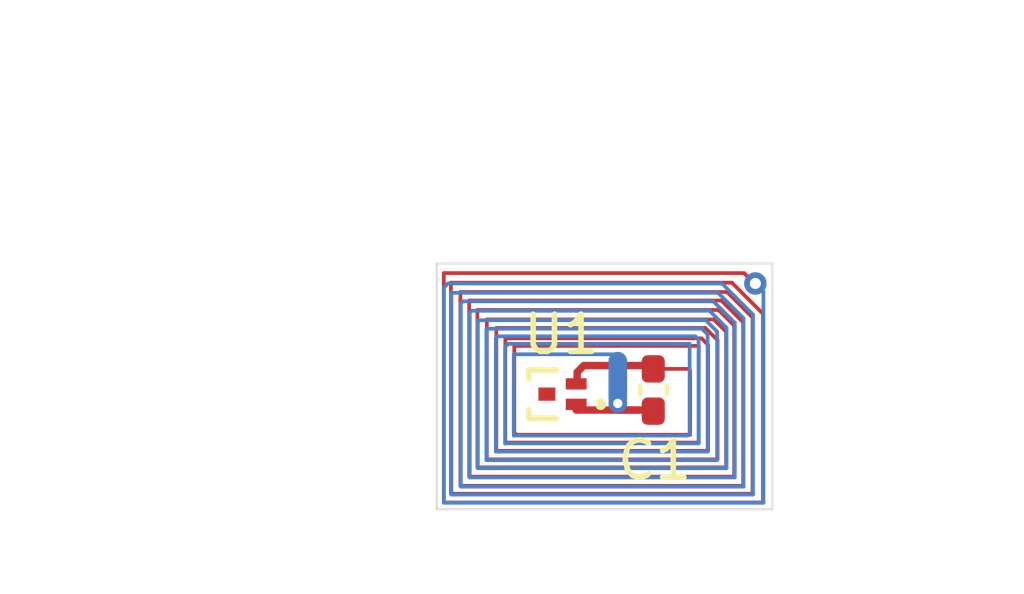
<source format=kicad_pcb>
(kicad_pcb (version 20241229) (generator "pcbnew") (generator_version "9.0")
  (layers (0 "F.Cu" signal) (2 "B.Cu" signal) (13 "F.Paste" user) (15 "B.Paste" user) (5 "F.SilkS" user "F.Silkscreen") (7 "B.SilkS" user "B.Silkscreen") (1 "F.Mask" user) (3 "B.Mask" user) (25 "Edge.Cuts" user))
  (net 0 "")
  (net 2 "ANT_LA")
  (net 3 "ANT_LB")
  (footprint "NFC Tag Chip:XSON3_SL2S2602_NXP" (layer "F.Cu") (at 130.6703 73.664399 180)
    (property "Reference" "U1" (at 0 1.604599 0) (layer "F.SilkS"))
    (property "Value" "SL2S2602FTBX")
    (fp_line (start 0.8763 0.6477) (end 0.8763 0.415888) (stroke (width 0.1524)) (layer "F.SilkS"))
    (fp_line (start 0.8763 -0.415888) (end 0.8763 -0.6477) (stroke (width 0.1524)) (layer "F.SilkS"))
    (fp_line (start 0.8763 -0.6477) (end 0.135067 -0.6477) (stroke (width 0.1524)) (layer "F.SilkS"))
    (fp_line (start 0.135067 0.6477) (end 0.8763 0.6477) (stroke (width 0.1524)) (layer "F.SilkS"))
    (fp_arc (start -1.00584 -0.212688) (mid -1.1259 -0.275) (end -1.00584 -0.337312) (stroke (width 0.1524)) (layer "F.SilkS"))
    (pad "1" smd rect (at -0.3937 -0.275001 180) (size 0.5588 0.3048) (layers "F.Cu" "F.Mask" "F.Paste") (net 3 "ANT_LB"))
    (pad "2" smd rect (at -0.3937 0.275001 180) (size 0.5588 0.3048) (layers "F.Cu" "F.Mask" "F.Paste") (net 2 "ANT_LA"))
    (pad "3" smd rect (at 0.3937 0 180) (size 0.4572 0.3556) (layers "F.Cu" "F.Mask" "F.Paste"))
  )
  (footprint "Capacitor_SMD:C_0402_1005Metric_Pad0.74x0.62mm_HandSolder" (layer "F.Cu") (at 133.1341 73.5537 -90)
    (property "Reference" "C1" (at 1.8843 -0.0381 0) (layer "F.SilkS"))
    (property "Value" "43pF")
    (fp_line (start -0.115835 0.36) (end 0.115835 0.36) (stroke (width 0.12)) (layer "F.SilkS"))
    (fp_line (start -0.115835 -0.36) (end 0.115835 -0.36) (stroke (width 0.12)) (layer "F.SilkS"))
    (pad "1" smd roundrect (at -0.5675 0 270) (size 0.735 0.62) (layers "F.Cu" "F.Mask" "F.Paste") (net 2 "ANT_LA"))
    (pad "2" smd roundrect (at 0.5675 0 270) (size 0.735 0.62) (layers "F.Cu" "F.Mask" "F.Paste") (net 3 "ANT_LB"))
  )
  (footprint "NetTie:NetTie-2_SMD_Pad0.5mm" (layer "B.Cu") (at 132.1816 73.279 -90)
    (property "Reference" "NT1" (hide yes))
    (property "Value" "Ant Conn 1" (hide yes))
    (fp_poly (pts (xy -0.5 0.25) (xy 0.5 0.25) (xy 0.5 -0.25) (xy -0.5 -0.25)) (fill yes) (layer "B.Cu"))
    (pad "1" smd circle (at -0.5 0 270) (size 0.5 0.5) (layers "B.Cu") (net 2 "ANT_LA"))
    (pad "2" smd circle (at 0.5 0 270) (size 0.5 0.5) (layers "B.Cu") (net 3 "ANT_LB"))
  )
  (gr_rect (start 127.3175 70.1548) (end 136.3345 76.7588) (stroke (width 0.05)) (fill no) (layer "Edge.Cuts"))
  (segment (start 129.1717 72.1654) (end 129.160275 72.176825) (width 0.1) (layer "F.Cu") (net 2))
  (segment (start 135.8773 70.6922) (end 135.8519 70.6922) (width 0.1) (layer "F.Cu") (net 2))
  (segment (start 134.0739 72.9862) (end 133.1341 72.9862) (width 0.1) (layer "F.Cu") (net 2))
  (segment (start 135.3072 71.8239) (end 134.8867 71.4034) (width 0.1) (layer "F.Cu") (net 2))
  (segment (start 135.2463 70.6708) (end 127.6985 70.6708) (width 0.1) (layer "F.Cu") (net 2))
  (segment (start 135.8011 71.6066) (end 135.1153 70.9208) (width 0.1) (layer "F.Cu") (net 2))
  (segment (start 134.358318 74.965705) (end 134.358318 72.3686) (width 0.1) (layer "F.Cu") (net 2))
  (segment (start 128.188141 71.1494) (end 128.188141 75.881113) (width 0.1) (layer "F.Cu") (net 2))
  (segment (start 134.4295 72.1654) (end 129.1717 72.1654) (width 0.1) (layer "F.Cu") (net 2))
  (segment (start 134.9629 71.1494) (end 128.188141 71.1494) (width 0.1) (layer "F.Cu") (net 2))
  (segment (start 134.358318 72.3686) (end 129.4003 72.3686) (width 0.1) (layer "F.Cu") (net 2))
  (segment (start 129.160275 72.176825) (end 129.160275 74.965705) (width 0.1) (layer "F.Cu") (net 2))
  (segment (start 127.508 70.4128) (end 127.508 76.574731) (width 0.1) (layer "F.Cu") (net 2))
  (segment (start 134.1247 73.037) (end 134.0739 72.9862) (width 0.1) (layer "F.Cu") (net 2))
  (segment (start 129.459271 74.7562) (end 134.1247 74.7562) (width 0.1) (layer "F.Cu") (net 2))
  (segment (start 127.6985 76.34071) (end 135.8011 76.34071) (width 0.1) (layer "F.Cu") (net 2))
  (segment (start 129.4003 72.3686) (end 129.4003 74.697229) (width 0.1) (layer "F.Cu") (net 2))
  (segment (start 134.6073 72.3432) (end 134.4295 72.1654) (width 0.1) (layer "F.Cu") (net 2))
  (segment (start 134.8867 71.4034) (end 128.4097 71.4034) (width 0.1) (layer "F.Cu") (net 2))
  (segment (start 131.0894 73.0758) (end 131.2672 72.898) (width 0.2) (layer "F.Cu") (net 2))
  (segment (start 135.5471 76.1278) (end 135.5471 71.7336) (width 0.1) (layer "F.Cu") (net 2))
  (segment (start 127.508 76.574731) (end 136.0805 76.574731) (width 0.1) (layer "F.Cu") (net 2))
  (segment (start 128.6637 75.4166) (end 134.8613 75.4166) (width 0.1) (layer "F.Cu") (net 2))
  (segment (start 134.8613 75.4166) (end 134.8613 72.2162) (width 0.1) (layer "F.Cu") (net 2))
  (segment (start 135.0899 71.9876) (end 134.7597 71.6574) (width 0.1) (layer "F.Cu") (net 2))
  (segment (start 128.9177 75.188) (end 134.6073 75.188) (width 0.1) (layer "F.Cu") (net 2))
  (segment (start 134.1247 74.7562) (end 134.1247 73.037) (width 0.1) (layer "F.Cu") (net 2))
  (segment (start 135.5471 71.7336) (end 134.9629 71.1494) (width 0.1) (layer "F.Cu") (net 2))
  (segment (start 135.5725 70.4128) (end 127.508 70.4128) (width 0.1) (layer "F.Cu") (net 2))
  (segment (start 134.5311 71.886) (end 128.9177 71.886) (width 0.1) (layer "F.Cu") (net 2))
  (segment (start 128.6637 71.6574) (end 128.6637 75.4166) (width 0.1) (layer "F.Cu") (net 2))
  (segment (start 135.8519 70.6922) (end 135.5725 70.4128) (width 0.1) (layer "F.Cu") (net 2))
  (segment (start 134.7597 71.6574) (end 128.6637 71.6574) (width 0.1) (layer "F.Cu") (net 2))
  (segment (start 131.2672 72.898) (end 133.0459 72.898) (width 0.2) (layer "F.Cu") (net 2))
  (segment (start 134.8613 72.2162) (end 134.5311 71.886) (width 0.1) (layer "F.Cu") (net 2))
  (segment (start 128.4097 71.4034) (end 128.4097 75.632511) (width 0.1) (layer "F.Cu") (net 2))
  (segment (start 127.9525 76.1278) (end 135.5471 76.1278) (width 0.1) (layer "F.Cu") (net 2))
  (segment (start 135.8011 76.34071) (end 135.8011 71.6066) (width 0.1) (layer "F.Cu") (net 2))
  (segment (start 128.188141 75.881113) (end 135.3072 75.881113) (width 0.1) (layer "F.Cu") (net 2))
  (segment (start 128.4097 75.632511) (end 135.0899 75.632511) (width 0.1) (layer "F.Cu") (net 2))
  (segment (start 134.6073 75.188) (end 134.6073 72.3432) (width 0.1) (layer "F.Cu") (net 2))
  (segment (start 136.0805 71.505) (end 135.2463 70.6708) (width 0.1) (layer "F.Cu") (net 2))
  (segment (start 131.0894 73.376299) (end 131.0894 73.0758) (width 0.2) (layer "F.Cu") (net 2))
  (segment (start 129.160275 74.965705) (end 134.358318 74.965705) (width 0.1) (layer "F.Cu") (net 2))
  (segment (start 135.0899 75.632511) (end 135.0899 71.9876) (width 0.1) (layer "F.Cu") (net 2))
  (segment (start 136.0805 76.574731) (end 136.0805 71.505) (width 0.1) (layer "F.Cu") (net 2))
  (segment (start 135.3072 75.881113) (end 135.3072 71.8239) (width 0.1) (layer "F.Cu") (net 2))
  (segment (start 128.9177 71.886) (end 128.9177 75.188) (width 0.1) (layer "F.Cu") (net 2))
  (segment (start 135.1153 70.9208) (end 127.9525 70.9208) (width 0.1) (layer "F.Cu") (net 2))
  (segment (start 129.4003 74.697229) (end 129.459271 74.7562) (width 0.1) (layer "F.Cu") (net 2))
  (segment (start 127.9525 70.9208) (end 127.9525 76.1278) (width 0.1) (layer "F.Cu") (net 2))
  (segment (start 127.6985 70.6708) (end 127.6985 76.34071) (width 0.1) (layer "F.Cu") (net 2))
  (via (at 135.8773 70.6922) (size 0.6) (drill 0.3) (layers "F.Cu" "B.Cu") (net 2))
  (segment (start 128.2051 71.4643) (end 128.2051 75.902512) (width 0.1) (layer "B.Cu") (net 2))
  (segment (start 128.651 75.437999) (end 134.8486 75.437999) (width 0.1) (layer "B.Cu") (net 2))
  (segment (start 134.645399 71.424799) (end 128.244601 71.424799) (width 0.1) (layer "B.Cu") (net 2))
  (segment (start 135.1026 75.65391) (end 135.1026 71.882) (width 0.1) (layer "B.Cu") (net 2))
  (segment (start 127.9652 76.149199) (end 135.5598 76.149199) (width 0.1) (layer "B.Cu") (net 2))
  (segment (start 136.0932 76.5828) (end 136.0932 70.9081) (width 0.1) (layer "B.Cu") (net 2))
  (segment (start 134.873999 70.942199) (end 127.7112 70.942199) (width 0.1) (layer "B.Cu") (net 2))
  (segment (start 134.543799 71.678799) (end 128.4224 71.678799) (width 0.1) (layer "B.Cu") (net 2))
  (segment (start 135.8138 76.362109) (end 135.8138 71.5264) (width 0.1) (layer "B.Cu") (net 2))
  (segment (start 135.1026 71.882) (end 134.645399 71.424799) (width 0.1) (layer "B.Cu") (net 2))
  (segment (start 134.053029 74.777599) (end 134.112 74.718628) (width 0.1) (layer "B.Cu") (net 2))
  (segment (start 136.0932 70.9081) (end 135.8773 70.6922) (width 0.1) (layer "B.Cu") (net 2))
  (segment (start 128.905 75.209399) (end 134.5946 75.209399) (width 0.1) (layer "B.Cu") (net 2))
  (segment (start 135.5598 76.149199) (end 135.5598 71.628) (width 0.1) (layer "B.Cu") (net 2))
  (segment (start 127.5098 76.5828) (end 136.0932 76.5828) (width 0.1) (layer "B.Cu") (net 2))
  (segment (start 129.3876 74.777599) (end 134.053029 74.777599) (width 0.1) (layer "B.Cu") (net 2))
  (segment (start 129.153982 72.395018) (end 129.153982 74.987104) (width 0.1) (layer "B.Cu") (net 2))
  (segment (start 128.651 71.9328) (end 128.651 75.437999) (width 0.1) (layer "B.Cu") (net 2))
  (segment (start 134.5946 75.209399) (end 134.5946 72.0598) (width 0.1) (layer "B.Cu") (net 2))
  (segment (start 129.153982 74.987104) (end 134.352025 74.987104) (width 0.1) (layer "B.Cu") (net 2))
  (segment (start 127.508 70.802699) (end 127.508 76.581) (width 0.1) (layer "B.Cu") (net 2))
  (segment (start 134.746999 71.170799) (end 128.016001 71.170799) (width 0.1) (layer "B.Cu") (net 2))
  (segment (start 128.2051 75.902512) (end 135.324159 75.902512) (width 0.1) (layer "B.Cu") (net 2))
  (segment (start 128.4224 75.65391) (end 135.1026 75.65391) (width 0.1) (layer "B.Cu") (net 2))
  (segment (start 134.442199 71.907399) (end 128.676401 71.907399) (width 0.1) (layer "B.Cu") (net 2))
  (segment (start 127.7112 70.942199) (end 127.7112 76.362109) (width 0.1) (layer "B.Cu") (net 2))
  (segment (start 128.4224 71.678799) (end 128.4224 75.65391) (width 0.1) (layer "B.Cu") (net 2))
  (segment (start 128.676401 71.907399) (end 128.651 71.9328) (width 0.1) (layer "B.Cu") (net 2))
  (segment (start 132.207 72.5932) (end 129.3876 72.5932) (width 0.1) (layer "B.Cu") (net 2))
  (segment (start 128.956144 72.110256) (end 128.905 72.1614) (width 0.1) (layer "B.Cu") (net 2))
  (segment (start 129.3876 72.5932) (end 129.3876 74.777599) (width 0.1) (layer "B.Cu") (net 2))
  (segment (start 129.2352 72.3138) (end 129.153982 72.395018) (width 0.1) (layer "B.Cu") (net 2))
  (segment (start 134.352025 72.198224) (end 134.264057 72.110256) (width 0.1) (layer "B.Cu") (net 2))
  (segment (start 134.352025 74.987104) (end 134.352025 72.198224) (width 0.1) (layer "B.Cu") (net 2))
  (segment (start 128.244601 71.424799) (end 128.2051 71.4643) (width 0.1) (layer "B.Cu") (net 2))
  (segment (start 135.8138 71.5264) (end 134.979599 70.692199) (width 0.1) (layer "B.Cu") (net 2))
  (segment (start 134.5946 72.0598) (end 134.442199 71.907399) (width 0.1) (layer "B.Cu") (net 2))
  (segment (start 127.508 76.581) (end 127.5098 76.5828) (width 0.1) (layer "B.Cu") (net 2))
  (segment (start 134.8486 75.437999) (end 134.8486 71.9836) (width 0.1) (layer "B.Cu") (net 2))
  (segment (start 134.8486 71.9836) (end 134.543799 71.678799) (width 0.1) (layer "B.Cu") (net 2))
  (segment (start 127.9652 71.2216) (end 127.9652 76.149199) (width 0.1) (layer "B.Cu") (net 2))
  (segment (start 134.979599 70.692199) (end 127.6185 70.692199) (width 0.1) (layer "B.Cu") (net 2))
  (segment (start 134.264057 72.110256) (end 128.956144 72.110256) (width 0.1) (layer "B.Cu") (net 2))
  (segment (start 135.324159 75.902512) (end 135.324159 71.747959) (width 0.1) (layer "B.Cu") (net 2))
  (segment (start 128.905 72.1614) (end 128.905 75.209399) (width 0.1) (layer "B.Cu") (net 2))
  (segment (start 134.112 74.718628) (end 134.112 72.3138) (width 0.1) (layer "B.Cu") (net 2))
  (segment (start 127.6185 70.692199) (end 127.508 70.802699) (width 0.1) (layer "B.Cu") (net 2))
  (segment (start 135.324159 71.747959) (end 134.746999 71.170799) (width 0.1) (layer "B.Cu") (net 2))
  (segment (start 135.5598 71.628) (end 134.873999 70.942199) (width 0.1) (layer "B.Cu") (net 2))
  (segment (start 128.016001 71.170799) (end 127.9652 71.2216) (width 0.1) (layer "B.Cu") (net 2))
  (segment (start 127.7112 76.362109) (end 135.8138 76.362109) (width 0.1) (layer "B.Cu") (net 2))
  (segment (start 134.112 72.3138) (end 129.2352 72.3138) (width 0.1) (layer "B.Cu") (net 2))
  (segment (start 131.064 74.0918) (end 133.1047 74.0918) (width 0.2) (layer "F.Cu") (net 3))
  (segment (start 131.064 73.9394) (end 131.064 74.0918) (width 0.2) (layer "F.Cu") (net 3))
  (segment (start 132.1816 74.0918) (end 132.7571 74.0918) (width 0.2) (layer "F.Cu") (net 3))
  (segment (start 132.1816 73.914) (end 132.1816 74.0918) (width 0.2) (layer "F.Cu") (net 3))
  (via (at 132.1816 73.914) (size 0.5) (drill 0.25) (layers "F.Cu" "B.Cu") (net 3))
)
</source>
